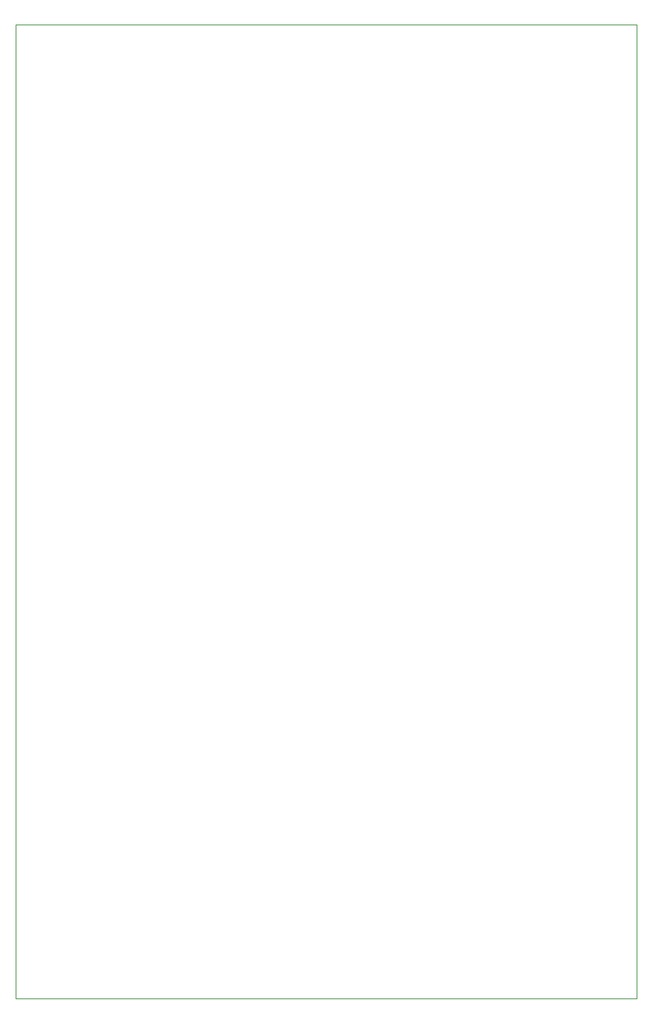
<source format=gbr>
%TF.GenerationSoftware,KiCad,Pcbnew,7.0.9*%
%TF.CreationDate,2024-02-02T16:30:56+00:00*%
%TF.ProjectId,QuadMod_Controls,51756164-4d6f-4645-9f43-6f6e74726f6c,rev?*%
%TF.SameCoordinates,Original*%
%TF.FileFunction,Profile,NP*%
%FSLAX46Y46*%
G04 Gerber Fmt 4.6, Leading zero omitted, Abs format (unit mm)*
G04 Created by KiCad (PCBNEW 7.0.9) date 2024-02-02 16:30:56*
%MOMM*%
%LPD*%
G01*
G04 APERTURE LIST*
%TA.AperFunction,Profile*%
%ADD10C,0.100000*%
%TD*%
G04 APERTURE END LIST*
D10*
X100000000Y-50000000D02*
X170600000Y-50000000D01*
X170600000Y-160800000D01*
X100000000Y-160800000D01*
X100000000Y-50000000D01*
M02*

</source>
